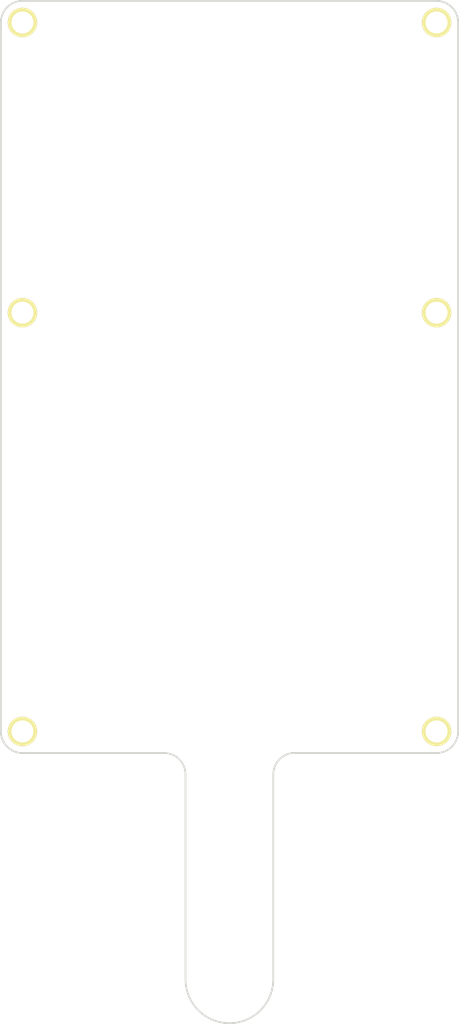
<source format=kicad_pcb>
(kicad_pcb (version 4) (host pcbnew 0.201504221001+5618~22~ubuntu14.04.1-product)

  (general
    (links 0)
    (no_connects 0)
    (area 0 0 0 0)
    (thickness 1.6)
    (drawings 14)
    (tracks 0)
    (zones 0)
    (modules 6)
    (nets 1)
  )

  (page A4)
  (title_block
    (title head_controller)
    (rev 1.0)
  )

  (layers
    (0 F.Cu signal)
    (31 B.Cu signal)
    (32 B.Adhes user)
    (33 F.Adhes user)
    (34 B.Paste user)
    (35 F.Paste user)
    (36 B.SilkS user)
    (37 F.SilkS user)
    (38 B.Mask user)
    (39 F.Mask user)
    (40 Dwgs.User user)
    (41 Cmts.User user)
    (42 Eco1.User user)
    (43 Eco2.User user)
    (44 Edge.Cuts user)
    (45 Margin user)
    (46 B.CrtYd user)
    (47 F.CrtYd user)
    (48 B.Fab user)
    (49 F.Fab user)
  )

  (setup
    (last_trace_width 0.25)
    (trace_clearance 0.2)
    (zone_clearance 0.508)
    (zone_45_only no)
    (trace_min 0.2)
    (segment_width 0.2)
    (edge_width 0.2286)
    (via_size 0.6)
    (via_drill 0.4)
    (via_min_size 0.4)
    (via_min_drill 0.3)
    (uvia_size 0.3)
    (uvia_drill 0.1)
    (uvias_allowed no)
    (uvia_min_size 0.2)
    (uvia_min_drill 0.1)
    (pcb_text_width 0.3)
    (pcb_text_size 1.5 1.5)
    (mod_edge_width 0.15)
    (mod_text_size 1 1)
    (mod_text_width 0.15)
    (pad_size 3.81 3.81)
    (pad_drill 2.8448)
    (pad_to_mask_clearance 0.2)
    (aux_axis_origin 0 0)
    (visible_elements FFFFFF7F)
    (pcbplotparams
      (layerselection 0x00030_80000001)
      (usegerberextensions false)
      (excludeedgelayer true)
      (linewidth 0.100000)
      (plotframeref false)
      (viasonmask false)
      (mode 1)
      (useauxorigin false)
      (hpglpennumber 1)
      (hpglpenspeed 20)
      (hpglpendiameter 15)
      (hpglpenoverlay 2)
      (psnegative false)
      (psa4output false)
      (plotreference true)
      (plotvalue true)
      (plotinvisibletext false)
      (padsonsilk false)
      (subtractmaskfromsilk false)
      (outputformat 1)
      (mirror false)
      (drillshape 1)
      (scaleselection 1)
      (outputdirectory ""))
  )

  (net 0 "")

  (net_class Default "This is the default net class."
    (clearance 0.2)
    (trace_width 0.25)
    (via_dia 0.6)
    (via_drill 0.4)
    (uvia_dia 0.3)
    (uvia_drill 0.1)
  )

  (module head_controller:mounting_hole (layer F.Cu) (tedit 553A78EF) (tstamp 553A6100)
    (at 43.18 55.88)
    (fp_text reference REF** (at 0 2.54) (layer F.SilkS) hide
      (effects (font (size 1.016 1.016) (thickness 0.1016)))
    )
    (fp_text value mounting_hole (at 0 -2.54) (layer F.SilkS) hide
      (effects (font (size 1.016 1.016) (thickness 0.1016)))
    )
    (pad "" thru_hole circle (at -14.986 -27.686) (size 3.81 3.81) (drill 2.8448) (layers *.Cu *.Mask F.SilkS))
  )

  (module head_controller:mounting_hole (layer F.Cu) (tedit 553A7938) (tstamp 553A78C7)
    (at 81.28 27.94)
    (fp_text reference REF** (at 0 2.54) (layer F.SilkS) hide
      (effects (font (size 1.016 1.016) (thickness 0.1016)))
    )
    (fp_text value mounting_hole (at 0 -2.54) (layer F.SilkS) hide
      (effects (font (size 1.016 1.016) (thickness 0.1016)))
    )
    (pad "" thru_hole circle (at 0.5842 0.254) (size 3.81 3.81) (drill 2.8448) (layers *.Cu *.Mask F.SilkS))
  )

  (module head_controller:mounting_hole (layer F.Cu) (tedit 553A7905) (tstamp 553A78D0)
    (at 27.94 66.04)
    (fp_text reference REF** (at 0 2.54) (layer F.SilkS) hide
      (effects (font (size 1.016 1.016) (thickness 0.1016)))
    )
    (fp_text value mounting_hole (at 0 -2.54) (layer F.SilkS) hide
      (effects (font (size 1.016 1.016) (thickness 0.1016)))
    )
    (pad "" thru_hole circle (at 0.254 -0.3048) (size 3.81 3.81) (drill 2.8448) (layers *.Cu *.Mask F.SilkS))
  )

  (module head_controller:mounting_hole (layer F.Cu) (tedit 553A7C3F) (tstamp 553A78D9)
    (at 81.28 66.04)
    (fp_text reference REF** (at 0 2.54) (layer F.SilkS) hide
      (effects (font (size 1.016 1.016) (thickness 0.1016)))
    )
    (fp_text value mounting_hole (at 0 -2.54) (layer F.SilkS) hide
      (effects (font (size 1.016 1.016) (thickness 0.1016)))
    )
    (pad "" thru_hole circle (at 0.5842 -0.3048) (size 3.81 3.81) (drill 2.8448) (layers *.Cu *.Mask F.SilkS))
  )

  (module head_controller:mounting_hole (layer F.Cu) (tedit 553A791B) (tstamp 553A78E2)
    (at 27.94 119.38)
    (fp_text reference REF** (at 0 2.54) (layer F.SilkS) hide
      (effects (font (size 1.016 1.016) (thickness 0.1016)))
    )
    (fp_text value mounting_hole (at 0 -2.54) (layer F.SilkS) hide
      (effects (font (size 1.016 1.016) (thickness 0.1016)))
    )
    (pad "" thru_hole circle (at 0.254 0.5334) (size 3.81 3.81) (drill 2.8448) (layers *.Cu *.Mask F.SilkS))
  )

  (module head_controller:mounting_hole (layer F.Cu) (tedit 553A7C4C) (tstamp 553A78EB)
    (at 81.28 119.38)
    (fp_text reference REF** (at 0 2.54) (layer F.SilkS) hide
      (effects (font (size 1.016 1.016) (thickness 0.1016)))
    )
    (fp_text value mounting_hole (at 0 -2.54) (layer F.SilkS) hide
      (effects (font (size 1.016 1.016) (thickness 0.1016)))
    )
    (pad "" thru_hole circle (at 0.5842 0.5334) (size 3.81 3.81) (drill 2.8448) (layers *.Cu *.Mask F.SilkS))
  )

  (gr_arc (start 55.0164 151.9682) (end 60.706 151.9682) (angle 180) (layer Edge.Cuts) (width 0.2286))
  (gr_line (start 60.706 125.476) (end 60.706 151.9682) (angle 90) (layer Edge.Cuts) (width 0.2286))
  (gr_line (start 49.3268 125.476) (end 49.3268 151.9682) (angle 90) (layer Edge.Cuts) (width 0.2286))
  (gr_arc (start 63.5 125.476) (end 60.706 125.476) (angle 90) (layer Edge.Cuts) (width 0.2286))
  (gr_arc (start 46.5582 125.476) (end 46.5582 122.7074) (angle 90) (layer Edge.Cuts) (width 0.2286))
  (gr_line (start 63.5 122.7074) (end 81.8642 122.7074) (angle 90) (layer Edge.Cuts) (width 0.2286))
  (gr_line (start 28.194 122.7074) (end 46.5328 122.7074) (angle 90) (layer Edge.Cuts) (width 0.2286))
  (gr_arc (start 28.194 28.194) (end 25.4 28.194) (angle 90) (layer Edge.Cuts) (width 0.2286))
  (gr_arc (start 81.8642 119.9134) (end 84.6582 119.9134) (angle 90) (layer Edge.Cuts) (width 0.2286))
  (gr_line (start 84.6582 28.194) (end 84.6582 119.9134) (angle 90) (layer Edge.Cuts) (width 0.2286))
  (gr_arc (start 28.194 119.9134) (end 28.194 122.7074) (angle 90) (layer Edge.Cuts) (width 0.2286))
  (gr_line (start 25.4 28.194) (end 25.4 119.9134) (angle 90) (layer Edge.Cuts) (width 0.2286))
  (gr_arc (start 81.8642 28.194) (end 81.8642 25.4) (angle 90) (layer Edge.Cuts) (width 0.2286))
  (gr_line (start 28.194 25.4) (end 81.8642 25.4) (angle 90) (layer Edge.Cuts) (width 0.2286))

)

</source>
